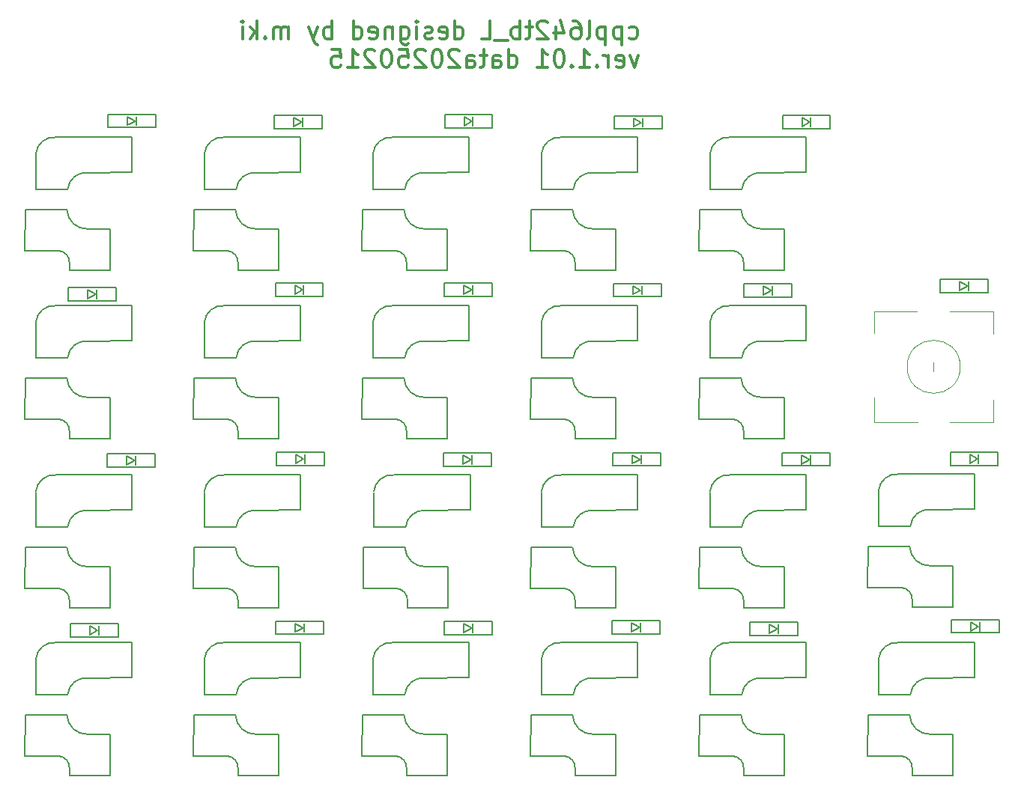
<source format=gbr>
%TF.GenerationSoftware,KiCad,Pcbnew,8.0.7*%
%TF.CreationDate,2025-02-16T08:14:47+09:00*%
%TF.ProjectId,cool642tb_L,636f6f6c-3634-4327-9462-5f4c2e6b6963,rev?*%
%TF.SameCoordinates,Original*%
%TF.FileFunction,Legend,Bot*%
%TF.FilePolarity,Positive*%
%FSLAX46Y46*%
G04 Gerber Fmt 4.6, Leading zero omitted, Abs format (unit mm)*
G04 Created by KiCad (PCBNEW 8.0.7) date 2025-02-16 08:14:47*
%MOMM*%
%LPD*%
G01*
G04 APERTURE LIST*
%ADD10C,0.300000*%
%ADD11C,0.150000*%
%ADD12C,0.120000*%
G04 APERTURE END LIST*
D10*
X60979298Y18045488D02*
X61169774Y17950249D01*
X61169774Y17950249D02*
X61550727Y17950249D01*
X61550727Y17950249D02*
X61741203Y18045488D01*
X61741203Y18045488D02*
X61836441Y18140726D01*
X61836441Y18140726D02*
X61931679Y18331202D01*
X61931679Y18331202D02*
X61931679Y18902630D01*
X61931679Y18902630D02*
X61836441Y19093107D01*
X61836441Y19093107D02*
X61741203Y19188345D01*
X61741203Y19188345D02*
X61550727Y19283583D01*
X61550727Y19283583D02*
X61169774Y19283583D01*
X61169774Y19283583D02*
X60979298Y19188345D01*
X60122155Y19283583D02*
X60122155Y17283583D01*
X60122155Y19188345D02*
X59931679Y19283583D01*
X59931679Y19283583D02*
X59550726Y19283583D01*
X59550726Y19283583D02*
X59360250Y19188345D01*
X59360250Y19188345D02*
X59265012Y19093107D01*
X59265012Y19093107D02*
X59169774Y18902630D01*
X59169774Y18902630D02*
X59169774Y18331202D01*
X59169774Y18331202D02*
X59265012Y18140726D01*
X59265012Y18140726D02*
X59360250Y18045488D01*
X59360250Y18045488D02*
X59550726Y17950249D01*
X59550726Y17950249D02*
X59931679Y17950249D01*
X59931679Y17950249D02*
X60122155Y18045488D01*
X58312631Y19283583D02*
X58312631Y17283583D01*
X58312631Y19188345D02*
X58122155Y19283583D01*
X58122155Y19283583D02*
X57741202Y19283583D01*
X57741202Y19283583D02*
X57550726Y19188345D01*
X57550726Y19188345D02*
X57455488Y19093107D01*
X57455488Y19093107D02*
X57360250Y18902630D01*
X57360250Y18902630D02*
X57360250Y18331202D01*
X57360250Y18331202D02*
X57455488Y18140726D01*
X57455488Y18140726D02*
X57550726Y18045488D01*
X57550726Y18045488D02*
X57741202Y17950249D01*
X57741202Y17950249D02*
X58122155Y17950249D01*
X58122155Y17950249D02*
X58312631Y18045488D01*
X56217393Y17950249D02*
X56407869Y18045488D01*
X56407869Y18045488D02*
X56503107Y18235964D01*
X56503107Y18235964D02*
X56503107Y19950249D01*
X54598345Y19950249D02*
X54979298Y19950249D01*
X54979298Y19950249D02*
X55169774Y19855011D01*
X55169774Y19855011D02*
X55265012Y19759773D01*
X55265012Y19759773D02*
X55455488Y19474059D01*
X55455488Y19474059D02*
X55550726Y19093107D01*
X55550726Y19093107D02*
X55550726Y18331202D01*
X55550726Y18331202D02*
X55455488Y18140726D01*
X55455488Y18140726D02*
X55360250Y18045488D01*
X55360250Y18045488D02*
X55169774Y17950249D01*
X55169774Y17950249D02*
X54788821Y17950249D01*
X54788821Y17950249D02*
X54598345Y18045488D01*
X54598345Y18045488D02*
X54503107Y18140726D01*
X54503107Y18140726D02*
X54407869Y18331202D01*
X54407869Y18331202D02*
X54407869Y18807392D01*
X54407869Y18807392D02*
X54503107Y18997868D01*
X54503107Y18997868D02*
X54598345Y19093107D01*
X54598345Y19093107D02*
X54788821Y19188345D01*
X54788821Y19188345D02*
X55169774Y19188345D01*
X55169774Y19188345D02*
X55360250Y19093107D01*
X55360250Y19093107D02*
X55455488Y18997868D01*
X55455488Y18997868D02*
X55550726Y18807392D01*
X52693583Y19283583D02*
X52693583Y17950249D01*
X53169774Y20045488D02*
X53645964Y18616916D01*
X53645964Y18616916D02*
X52407869Y18616916D01*
X51741202Y19759773D02*
X51645964Y19855011D01*
X51645964Y19855011D02*
X51455488Y19950249D01*
X51455488Y19950249D02*
X50979297Y19950249D01*
X50979297Y19950249D02*
X50788821Y19855011D01*
X50788821Y19855011D02*
X50693583Y19759773D01*
X50693583Y19759773D02*
X50598345Y19569297D01*
X50598345Y19569297D02*
X50598345Y19378821D01*
X50598345Y19378821D02*
X50693583Y19093107D01*
X50693583Y19093107D02*
X51836440Y17950249D01*
X51836440Y17950249D02*
X50598345Y17950249D01*
X50026916Y19283583D02*
X49265012Y19283583D01*
X49741202Y19950249D02*
X49741202Y18235964D01*
X49741202Y18235964D02*
X49645964Y18045488D01*
X49645964Y18045488D02*
X49455488Y17950249D01*
X49455488Y17950249D02*
X49265012Y17950249D01*
X48598345Y17950249D02*
X48598345Y19950249D01*
X48598345Y19188345D02*
X48407869Y19283583D01*
X48407869Y19283583D02*
X48026916Y19283583D01*
X48026916Y19283583D02*
X47836440Y19188345D01*
X47836440Y19188345D02*
X47741202Y19093107D01*
X47741202Y19093107D02*
X47645964Y18902630D01*
X47645964Y18902630D02*
X47645964Y18331202D01*
X47645964Y18331202D02*
X47741202Y18140726D01*
X47741202Y18140726D02*
X47836440Y18045488D01*
X47836440Y18045488D02*
X48026916Y17950249D01*
X48026916Y17950249D02*
X48407869Y17950249D01*
X48407869Y17950249D02*
X48598345Y18045488D01*
X47265012Y17759773D02*
X45741202Y17759773D01*
X44312630Y17950249D02*
X45265011Y17950249D01*
X45265011Y17950249D02*
X45265011Y19950249D01*
X41265010Y17950249D02*
X41265010Y19950249D01*
X41265010Y18045488D02*
X41455486Y17950249D01*
X41455486Y17950249D02*
X41836439Y17950249D01*
X41836439Y17950249D02*
X42026915Y18045488D01*
X42026915Y18045488D02*
X42122153Y18140726D01*
X42122153Y18140726D02*
X42217391Y18331202D01*
X42217391Y18331202D02*
X42217391Y18902630D01*
X42217391Y18902630D02*
X42122153Y19093107D01*
X42122153Y19093107D02*
X42026915Y19188345D01*
X42026915Y19188345D02*
X41836439Y19283583D01*
X41836439Y19283583D02*
X41455486Y19283583D01*
X41455486Y19283583D02*
X41265010Y19188345D01*
X39550724Y18045488D02*
X39741200Y17950249D01*
X39741200Y17950249D02*
X40122153Y17950249D01*
X40122153Y17950249D02*
X40312629Y18045488D01*
X40312629Y18045488D02*
X40407867Y18235964D01*
X40407867Y18235964D02*
X40407867Y18997868D01*
X40407867Y18997868D02*
X40312629Y19188345D01*
X40312629Y19188345D02*
X40122153Y19283583D01*
X40122153Y19283583D02*
X39741200Y19283583D01*
X39741200Y19283583D02*
X39550724Y19188345D01*
X39550724Y19188345D02*
X39455486Y18997868D01*
X39455486Y18997868D02*
X39455486Y18807392D01*
X39455486Y18807392D02*
X40407867Y18616916D01*
X38693581Y18045488D02*
X38503105Y17950249D01*
X38503105Y17950249D02*
X38122153Y17950249D01*
X38122153Y17950249D02*
X37931676Y18045488D01*
X37931676Y18045488D02*
X37836438Y18235964D01*
X37836438Y18235964D02*
X37836438Y18331202D01*
X37836438Y18331202D02*
X37931676Y18521678D01*
X37931676Y18521678D02*
X38122153Y18616916D01*
X38122153Y18616916D02*
X38407867Y18616916D01*
X38407867Y18616916D02*
X38598343Y18712154D01*
X38598343Y18712154D02*
X38693581Y18902630D01*
X38693581Y18902630D02*
X38693581Y18997868D01*
X38693581Y18997868D02*
X38598343Y19188345D01*
X38598343Y19188345D02*
X38407867Y19283583D01*
X38407867Y19283583D02*
X38122153Y19283583D01*
X38122153Y19283583D02*
X37931676Y19188345D01*
X36979295Y17950249D02*
X36979295Y19283583D01*
X36979295Y19950249D02*
X37074533Y19855011D01*
X37074533Y19855011D02*
X36979295Y19759773D01*
X36979295Y19759773D02*
X36884057Y19855011D01*
X36884057Y19855011D02*
X36979295Y19950249D01*
X36979295Y19950249D02*
X36979295Y19759773D01*
X35169771Y19283583D02*
X35169771Y17664535D01*
X35169771Y17664535D02*
X35265009Y17474059D01*
X35265009Y17474059D02*
X35360247Y17378821D01*
X35360247Y17378821D02*
X35550724Y17283583D01*
X35550724Y17283583D02*
X35836438Y17283583D01*
X35836438Y17283583D02*
X36026914Y17378821D01*
X35169771Y18045488D02*
X35360247Y17950249D01*
X35360247Y17950249D02*
X35741200Y17950249D01*
X35741200Y17950249D02*
X35931676Y18045488D01*
X35931676Y18045488D02*
X36026914Y18140726D01*
X36026914Y18140726D02*
X36122152Y18331202D01*
X36122152Y18331202D02*
X36122152Y18902630D01*
X36122152Y18902630D02*
X36026914Y19093107D01*
X36026914Y19093107D02*
X35931676Y19188345D01*
X35931676Y19188345D02*
X35741200Y19283583D01*
X35741200Y19283583D02*
X35360247Y19283583D01*
X35360247Y19283583D02*
X35169771Y19188345D01*
X34217390Y19283583D02*
X34217390Y17950249D01*
X34217390Y19093107D02*
X34122152Y19188345D01*
X34122152Y19188345D02*
X33931676Y19283583D01*
X33931676Y19283583D02*
X33645961Y19283583D01*
X33645961Y19283583D02*
X33455485Y19188345D01*
X33455485Y19188345D02*
X33360247Y18997868D01*
X33360247Y18997868D02*
X33360247Y17950249D01*
X31645961Y18045488D02*
X31836437Y17950249D01*
X31836437Y17950249D02*
X32217390Y17950249D01*
X32217390Y17950249D02*
X32407866Y18045488D01*
X32407866Y18045488D02*
X32503104Y18235964D01*
X32503104Y18235964D02*
X32503104Y18997868D01*
X32503104Y18997868D02*
X32407866Y19188345D01*
X32407866Y19188345D02*
X32217390Y19283583D01*
X32217390Y19283583D02*
X31836437Y19283583D01*
X31836437Y19283583D02*
X31645961Y19188345D01*
X31645961Y19188345D02*
X31550723Y18997868D01*
X31550723Y18997868D02*
X31550723Y18807392D01*
X31550723Y18807392D02*
X32503104Y18616916D01*
X29836437Y17950249D02*
X29836437Y19950249D01*
X29836437Y18045488D02*
X30026913Y17950249D01*
X30026913Y17950249D02*
X30407866Y17950249D01*
X30407866Y17950249D02*
X30598342Y18045488D01*
X30598342Y18045488D02*
X30693580Y18140726D01*
X30693580Y18140726D02*
X30788818Y18331202D01*
X30788818Y18331202D02*
X30788818Y18902630D01*
X30788818Y18902630D02*
X30693580Y19093107D01*
X30693580Y19093107D02*
X30598342Y19188345D01*
X30598342Y19188345D02*
X30407866Y19283583D01*
X30407866Y19283583D02*
X30026913Y19283583D01*
X30026913Y19283583D02*
X29836437Y19188345D01*
X27360246Y17950249D02*
X27360246Y19950249D01*
X27360246Y19188345D02*
X27169770Y19283583D01*
X27169770Y19283583D02*
X26788817Y19283583D01*
X26788817Y19283583D02*
X26598341Y19188345D01*
X26598341Y19188345D02*
X26503103Y19093107D01*
X26503103Y19093107D02*
X26407865Y18902630D01*
X26407865Y18902630D02*
X26407865Y18331202D01*
X26407865Y18331202D02*
X26503103Y18140726D01*
X26503103Y18140726D02*
X26598341Y18045488D01*
X26598341Y18045488D02*
X26788817Y17950249D01*
X26788817Y17950249D02*
X27169770Y17950249D01*
X27169770Y17950249D02*
X27360246Y18045488D01*
X25741198Y19283583D02*
X25265008Y17950249D01*
X24788817Y19283583D02*
X25265008Y17950249D01*
X25265008Y17950249D02*
X25455484Y17474059D01*
X25455484Y17474059D02*
X25550722Y17378821D01*
X25550722Y17378821D02*
X25741198Y17283583D01*
X22503102Y17950249D02*
X22503102Y19283583D01*
X22503102Y19093107D02*
X22407864Y19188345D01*
X22407864Y19188345D02*
X22217388Y19283583D01*
X22217388Y19283583D02*
X21931673Y19283583D01*
X21931673Y19283583D02*
X21741197Y19188345D01*
X21741197Y19188345D02*
X21645959Y18997868D01*
X21645959Y18997868D02*
X21645959Y17950249D01*
X21645959Y18997868D02*
X21550721Y19188345D01*
X21550721Y19188345D02*
X21360245Y19283583D01*
X21360245Y19283583D02*
X21074531Y19283583D01*
X21074531Y19283583D02*
X20884054Y19188345D01*
X20884054Y19188345D02*
X20788816Y18997868D01*
X20788816Y18997868D02*
X20788816Y17950249D01*
X19836435Y18140726D02*
X19741197Y18045488D01*
X19741197Y18045488D02*
X19836435Y17950249D01*
X19836435Y17950249D02*
X19931673Y18045488D01*
X19931673Y18045488D02*
X19836435Y18140726D01*
X19836435Y18140726D02*
X19836435Y17950249D01*
X18884054Y17950249D02*
X18884054Y19950249D01*
X18693578Y18712154D02*
X18122149Y17950249D01*
X18122149Y19283583D02*
X18884054Y18521678D01*
X17265006Y17950249D02*
X17265006Y19283583D01*
X17265006Y19950249D02*
X17360244Y19855011D01*
X17360244Y19855011D02*
X17265006Y19759773D01*
X17265006Y19759773D02*
X17169768Y19855011D01*
X17169768Y19855011D02*
X17265006Y19950249D01*
X17265006Y19950249D02*
X17265006Y19759773D01*
X62026917Y16063695D02*
X61550727Y14730361D01*
X61550727Y14730361D02*
X61074536Y16063695D01*
X59550726Y14825600D02*
X59741202Y14730361D01*
X59741202Y14730361D02*
X60122155Y14730361D01*
X60122155Y14730361D02*
X60312631Y14825600D01*
X60312631Y14825600D02*
X60407869Y15016076D01*
X60407869Y15016076D02*
X60407869Y15777980D01*
X60407869Y15777980D02*
X60312631Y15968457D01*
X60312631Y15968457D02*
X60122155Y16063695D01*
X60122155Y16063695D02*
X59741202Y16063695D01*
X59741202Y16063695D02*
X59550726Y15968457D01*
X59550726Y15968457D02*
X59455488Y15777980D01*
X59455488Y15777980D02*
X59455488Y15587504D01*
X59455488Y15587504D02*
X60407869Y15397028D01*
X58598345Y14730361D02*
X58598345Y16063695D01*
X58598345Y15682742D02*
X58503107Y15873219D01*
X58503107Y15873219D02*
X58407869Y15968457D01*
X58407869Y15968457D02*
X58217393Y16063695D01*
X58217393Y16063695D02*
X58026916Y16063695D01*
X57360250Y14920838D02*
X57265012Y14825600D01*
X57265012Y14825600D02*
X57360250Y14730361D01*
X57360250Y14730361D02*
X57455488Y14825600D01*
X57455488Y14825600D02*
X57360250Y14920838D01*
X57360250Y14920838D02*
X57360250Y14730361D01*
X55360250Y14730361D02*
X56503107Y14730361D01*
X55931679Y14730361D02*
X55931679Y16730361D01*
X55931679Y16730361D02*
X56122155Y16444647D01*
X56122155Y16444647D02*
X56312631Y16254171D01*
X56312631Y16254171D02*
X56503107Y16158933D01*
X54503107Y14920838D02*
X54407869Y14825600D01*
X54407869Y14825600D02*
X54503107Y14730361D01*
X54503107Y14730361D02*
X54598345Y14825600D01*
X54598345Y14825600D02*
X54503107Y14920838D01*
X54503107Y14920838D02*
X54503107Y14730361D01*
X53169774Y16730361D02*
X52979297Y16730361D01*
X52979297Y16730361D02*
X52788821Y16635123D01*
X52788821Y16635123D02*
X52693583Y16539885D01*
X52693583Y16539885D02*
X52598345Y16349409D01*
X52598345Y16349409D02*
X52503107Y15968457D01*
X52503107Y15968457D02*
X52503107Y15492266D01*
X52503107Y15492266D02*
X52598345Y15111314D01*
X52598345Y15111314D02*
X52693583Y14920838D01*
X52693583Y14920838D02*
X52788821Y14825600D01*
X52788821Y14825600D02*
X52979297Y14730361D01*
X52979297Y14730361D02*
X53169774Y14730361D01*
X53169774Y14730361D02*
X53360250Y14825600D01*
X53360250Y14825600D02*
X53455488Y14920838D01*
X53455488Y14920838D02*
X53550726Y15111314D01*
X53550726Y15111314D02*
X53645964Y15492266D01*
X53645964Y15492266D02*
X53645964Y15968457D01*
X53645964Y15968457D02*
X53550726Y16349409D01*
X53550726Y16349409D02*
X53455488Y16539885D01*
X53455488Y16539885D02*
X53360250Y16635123D01*
X53360250Y16635123D02*
X53169774Y16730361D01*
X50598345Y14730361D02*
X51741202Y14730361D01*
X51169774Y14730361D02*
X51169774Y16730361D01*
X51169774Y16730361D02*
X51360250Y16444647D01*
X51360250Y16444647D02*
X51550726Y16254171D01*
X51550726Y16254171D02*
X51741202Y16158933D01*
X47360249Y14730361D02*
X47360249Y16730361D01*
X47360249Y14825600D02*
X47550725Y14730361D01*
X47550725Y14730361D02*
X47931678Y14730361D01*
X47931678Y14730361D02*
X48122154Y14825600D01*
X48122154Y14825600D02*
X48217392Y14920838D01*
X48217392Y14920838D02*
X48312630Y15111314D01*
X48312630Y15111314D02*
X48312630Y15682742D01*
X48312630Y15682742D02*
X48217392Y15873219D01*
X48217392Y15873219D02*
X48122154Y15968457D01*
X48122154Y15968457D02*
X47931678Y16063695D01*
X47931678Y16063695D02*
X47550725Y16063695D01*
X47550725Y16063695D02*
X47360249Y15968457D01*
X45550725Y14730361D02*
X45550725Y15777980D01*
X45550725Y15777980D02*
X45645963Y15968457D01*
X45645963Y15968457D02*
X45836439Y16063695D01*
X45836439Y16063695D02*
X46217392Y16063695D01*
X46217392Y16063695D02*
X46407868Y15968457D01*
X45550725Y14825600D02*
X45741201Y14730361D01*
X45741201Y14730361D02*
X46217392Y14730361D01*
X46217392Y14730361D02*
X46407868Y14825600D01*
X46407868Y14825600D02*
X46503106Y15016076D01*
X46503106Y15016076D02*
X46503106Y15206552D01*
X46503106Y15206552D02*
X46407868Y15397028D01*
X46407868Y15397028D02*
X46217392Y15492266D01*
X46217392Y15492266D02*
X45741201Y15492266D01*
X45741201Y15492266D02*
X45550725Y15587504D01*
X44884058Y16063695D02*
X44122154Y16063695D01*
X44598344Y16730361D02*
X44598344Y15016076D01*
X44598344Y15016076D02*
X44503106Y14825600D01*
X44503106Y14825600D02*
X44312630Y14730361D01*
X44312630Y14730361D02*
X44122154Y14730361D01*
X42598344Y14730361D02*
X42598344Y15777980D01*
X42598344Y15777980D02*
X42693582Y15968457D01*
X42693582Y15968457D02*
X42884058Y16063695D01*
X42884058Y16063695D02*
X43265011Y16063695D01*
X43265011Y16063695D02*
X43455487Y15968457D01*
X42598344Y14825600D02*
X42788820Y14730361D01*
X42788820Y14730361D02*
X43265011Y14730361D01*
X43265011Y14730361D02*
X43455487Y14825600D01*
X43455487Y14825600D02*
X43550725Y15016076D01*
X43550725Y15016076D02*
X43550725Y15206552D01*
X43550725Y15206552D02*
X43455487Y15397028D01*
X43455487Y15397028D02*
X43265011Y15492266D01*
X43265011Y15492266D02*
X42788820Y15492266D01*
X42788820Y15492266D02*
X42598344Y15587504D01*
X41741201Y16539885D02*
X41645963Y16635123D01*
X41645963Y16635123D02*
X41455487Y16730361D01*
X41455487Y16730361D02*
X40979296Y16730361D01*
X40979296Y16730361D02*
X40788820Y16635123D01*
X40788820Y16635123D02*
X40693582Y16539885D01*
X40693582Y16539885D02*
X40598344Y16349409D01*
X40598344Y16349409D02*
X40598344Y16158933D01*
X40598344Y16158933D02*
X40693582Y15873219D01*
X40693582Y15873219D02*
X41836439Y14730361D01*
X41836439Y14730361D02*
X40598344Y14730361D01*
X39360249Y16730361D02*
X39169772Y16730361D01*
X39169772Y16730361D02*
X38979296Y16635123D01*
X38979296Y16635123D02*
X38884058Y16539885D01*
X38884058Y16539885D02*
X38788820Y16349409D01*
X38788820Y16349409D02*
X38693582Y15968457D01*
X38693582Y15968457D02*
X38693582Y15492266D01*
X38693582Y15492266D02*
X38788820Y15111314D01*
X38788820Y15111314D02*
X38884058Y14920838D01*
X38884058Y14920838D02*
X38979296Y14825600D01*
X38979296Y14825600D02*
X39169772Y14730361D01*
X39169772Y14730361D02*
X39360249Y14730361D01*
X39360249Y14730361D02*
X39550725Y14825600D01*
X39550725Y14825600D02*
X39645963Y14920838D01*
X39645963Y14920838D02*
X39741201Y15111314D01*
X39741201Y15111314D02*
X39836439Y15492266D01*
X39836439Y15492266D02*
X39836439Y15968457D01*
X39836439Y15968457D02*
X39741201Y16349409D01*
X39741201Y16349409D02*
X39645963Y16539885D01*
X39645963Y16539885D02*
X39550725Y16635123D01*
X39550725Y16635123D02*
X39360249Y16730361D01*
X37931677Y16539885D02*
X37836439Y16635123D01*
X37836439Y16635123D02*
X37645963Y16730361D01*
X37645963Y16730361D02*
X37169772Y16730361D01*
X37169772Y16730361D02*
X36979296Y16635123D01*
X36979296Y16635123D02*
X36884058Y16539885D01*
X36884058Y16539885D02*
X36788820Y16349409D01*
X36788820Y16349409D02*
X36788820Y16158933D01*
X36788820Y16158933D02*
X36884058Y15873219D01*
X36884058Y15873219D02*
X38026915Y14730361D01*
X38026915Y14730361D02*
X36788820Y14730361D01*
X34979296Y16730361D02*
X35931677Y16730361D01*
X35931677Y16730361D02*
X36026915Y15777980D01*
X36026915Y15777980D02*
X35931677Y15873219D01*
X35931677Y15873219D02*
X35741201Y15968457D01*
X35741201Y15968457D02*
X35265010Y15968457D01*
X35265010Y15968457D02*
X35074534Y15873219D01*
X35074534Y15873219D02*
X34979296Y15777980D01*
X34979296Y15777980D02*
X34884058Y15587504D01*
X34884058Y15587504D02*
X34884058Y15111314D01*
X34884058Y15111314D02*
X34979296Y14920838D01*
X34979296Y14920838D02*
X35074534Y14825600D01*
X35074534Y14825600D02*
X35265010Y14730361D01*
X35265010Y14730361D02*
X35741201Y14730361D01*
X35741201Y14730361D02*
X35931677Y14825600D01*
X35931677Y14825600D02*
X36026915Y14920838D01*
X33645963Y16730361D02*
X33455486Y16730361D01*
X33455486Y16730361D02*
X33265010Y16635123D01*
X33265010Y16635123D02*
X33169772Y16539885D01*
X33169772Y16539885D02*
X33074534Y16349409D01*
X33074534Y16349409D02*
X32979296Y15968457D01*
X32979296Y15968457D02*
X32979296Y15492266D01*
X32979296Y15492266D02*
X33074534Y15111314D01*
X33074534Y15111314D02*
X33169772Y14920838D01*
X33169772Y14920838D02*
X33265010Y14825600D01*
X33265010Y14825600D02*
X33455486Y14730361D01*
X33455486Y14730361D02*
X33645963Y14730361D01*
X33645963Y14730361D02*
X33836439Y14825600D01*
X33836439Y14825600D02*
X33931677Y14920838D01*
X33931677Y14920838D02*
X34026915Y15111314D01*
X34026915Y15111314D02*
X34122153Y15492266D01*
X34122153Y15492266D02*
X34122153Y15968457D01*
X34122153Y15968457D02*
X34026915Y16349409D01*
X34026915Y16349409D02*
X33931677Y16539885D01*
X33931677Y16539885D02*
X33836439Y16635123D01*
X33836439Y16635123D02*
X33645963Y16730361D01*
X32217391Y16539885D02*
X32122153Y16635123D01*
X32122153Y16635123D02*
X31931677Y16730361D01*
X31931677Y16730361D02*
X31455486Y16730361D01*
X31455486Y16730361D02*
X31265010Y16635123D01*
X31265010Y16635123D02*
X31169772Y16539885D01*
X31169772Y16539885D02*
X31074534Y16349409D01*
X31074534Y16349409D02*
X31074534Y16158933D01*
X31074534Y16158933D02*
X31169772Y15873219D01*
X31169772Y15873219D02*
X32312629Y14730361D01*
X32312629Y14730361D02*
X31074534Y14730361D01*
X29169772Y14730361D02*
X30312629Y14730361D01*
X29741201Y14730361D02*
X29741201Y16730361D01*
X29741201Y16730361D02*
X29931677Y16444647D01*
X29931677Y16444647D02*
X30122153Y16254171D01*
X30122153Y16254171D02*
X30312629Y16158933D01*
X27360248Y16730361D02*
X28312629Y16730361D01*
X28312629Y16730361D02*
X28407867Y15777980D01*
X28407867Y15777980D02*
X28312629Y15873219D01*
X28312629Y15873219D02*
X28122153Y15968457D01*
X28122153Y15968457D02*
X27645962Y15968457D01*
X27645962Y15968457D02*
X27455486Y15873219D01*
X27455486Y15873219D02*
X27360248Y15777980D01*
X27360248Y15777980D02*
X27265010Y15587504D01*
X27265010Y15587504D02*
X27265010Y15111314D01*
X27265010Y15111314D02*
X27360248Y14920838D01*
X27360248Y14920838D02*
X27455486Y14825600D01*
X27455486Y14825600D02*
X27645962Y14730361D01*
X27645962Y14730361D02*
X28122153Y14730361D01*
X28122153Y14730361D02*
X28312629Y14825600D01*
X28312629Y14825600D02*
X28407867Y14920838D01*
D11*
%TO.C,SW14*%
X49875000Y-20450000D02*
X49850000Y-25050000D01*
X51050000Y-14200000D02*
X51050000Y-18145000D01*
X51050000Y-18154000D02*
X54660000Y-18154000D01*
X53650000Y-25075000D02*
X49875000Y-25075000D01*
X54575000Y-20425000D02*
X49875000Y-20425000D01*
X54870000Y-26550000D02*
X54870000Y-27250000D01*
X59425000Y-22625000D02*
X56875000Y-22625000D01*
X59425000Y-27275000D02*
X54875000Y-27275000D01*
X59450000Y-22650000D02*
X59450000Y-27250000D01*
X61950000Y-12246000D02*
X53325000Y-12246000D01*
X61950000Y-16154000D02*
X61950000Y-12246000D01*
X61950000Y-16200000D02*
X56900000Y-16246000D01*
X51061000Y-14130000D02*
G75*
G02*
X53325000Y-12246000I2074000J-190000D01*
G01*
X53650000Y-25080000D02*
G75*
G02*
X54870000Y-26500000I-100000J-1320000D01*
G01*
X54665000Y-18130000D02*
G75*
G02*
X56925000Y-16250000I2070000J-190000D01*
G01*
X56950000Y-22620000D02*
G75*
G02*
X54580000Y-20450000I-100000J2270000D01*
G01*
%TO.C,D3*%
X2000000Y-28970000D02*
X2000000Y-30470000D01*
X2000000Y-30470000D02*
X7400000Y-30470000D01*
X4200000Y-29220000D02*
X5100000Y-29720000D01*
X4200000Y-30220000D02*
X4200000Y-29220000D01*
X5100000Y-29720000D02*
X4200000Y-30220000D01*
X5200000Y-30220000D02*
X5200000Y-29220000D01*
X7400000Y-28970000D02*
X2000000Y-28970000D01*
X7400000Y-30470000D02*
X7400000Y-28970000D01*
%TO.C,SW18*%
X68925000Y-20450000D02*
X68900000Y-25050000D01*
X70100000Y-14200000D02*
X70100000Y-18145000D01*
X70100000Y-18154000D02*
X73710000Y-18154000D01*
X72700000Y-25075000D02*
X68925000Y-25075000D01*
X73625000Y-20425000D02*
X68925000Y-20425000D01*
X73920000Y-26550000D02*
X73920000Y-27250000D01*
X78475000Y-22625000D02*
X75925000Y-22625000D01*
X78475000Y-27275000D02*
X73925000Y-27275000D01*
X78500000Y-22650000D02*
X78500000Y-27250000D01*
X81000000Y-12246000D02*
X72375000Y-12246000D01*
X81000000Y-16154000D02*
X81000000Y-12246000D01*
X81000000Y-16200000D02*
X75950000Y-16246000D01*
X70111000Y-14130000D02*
G75*
G02*
X72375000Y-12246000I2074000J-190000D01*
G01*
X72700000Y-25080000D02*
G75*
G02*
X73920000Y-26500000I-100000J-1320000D01*
G01*
X73715000Y-18130000D02*
G75*
G02*
X75975000Y-16250000I2070000J-190000D01*
G01*
X76000000Y-22620000D02*
G75*
G02*
X73630000Y-20450000I-100000J2270000D01*
G01*
%TO.C,D13*%
X59280000Y9230000D02*
X59280000Y7730000D01*
X59280000Y7730000D02*
X64680000Y7730000D01*
X61480000Y8980000D02*
X62380000Y8480000D01*
X61480000Y7980000D02*
X61480000Y8980000D01*
X62380000Y8480000D02*
X61480000Y7980000D01*
X62480000Y7980000D02*
X62480000Y8980000D01*
X64680000Y9230000D02*
X59280000Y9230000D01*
X64680000Y7730000D02*
X64680000Y9230000D01*
%TO.C,SW12*%
X30825000Y-58550000D02*
X30800000Y-63150000D01*
X32000000Y-52300000D02*
X32000000Y-56245000D01*
X32000000Y-56254000D02*
X35610000Y-56254000D01*
X34600000Y-63175000D02*
X30825000Y-63175000D01*
X35525000Y-58525000D02*
X30825000Y-58525000D01*
X35820000Y-64650000D02*
X35820000Y-65350000D01*
X40375000Y-60725000D02*
X37825000Y-60725000D01*
X40375000Y-65375000D02*
X35825000Y-65375000D01*
X40400000Y-60750000D02*
X40400000Y-65350000D01*
X42900000Y-50346000D02*
X34275000Y-50346000D01*
X42900000Y-54254000D02*
X42900000Y-50346000D01*
X42900000Y-54300000D02*
X37850000Y-54346000D01*
X32011000Y-52230000D02*
G75*
G02*
X34275000Y-50346000I2074000J-190000D01*
G01*
X34600000Y-63180000D02*
G75*
G02*
X35820000Y-64600000I-100000J-1320000D01*
G01*
X35615000Y-56230000D02*
G75*
G02*
X37875000Y-54350000I2070000J-190000D01*
G01*
X37900000Y-60720000D02*
G75*
G02*
X35530000Y-58550000I-100000J2270000D01*
G01*
%TO.C,SW23*%
X87975000Y-58550000D02*
X87950000Y-63150000D01*
X89150000Y-52300000D02*
X89150000Y-56245000D01*
X89150000Y-56254000D02*
X92760000Y-56254000D01*
X91750000Y-63175000D02*
X87975000Y-63175000D01*
X92675000Y-58525000D02*
X87975000Y-58525000D01*
X92970000Y-64650000D02*
X92970000Y-65350000D01*
X97525000Y-60725000D02*
X94975000Y-60725000D01*
X97525000Y-65375000D02*
X92975000Y-65375000D01*
X97550000Y-60750000D02*
X97550000Y-65350000D01*
X100050000Y-50346000D02*
X91425000Y-50346000D01*
X100050000Y-54254000D02*
X100050000Y-50346000D01*
X100050000Y-54300000D02*
X95000000Y-54346000D01*
X89161000Y-52230000D02*
G75*
G02*
X91425000Y-50346000I2074000J-190000D01*
G01*
X91750000Y-63180000D02*
G75*
G02*
X92970000Y-64600000I-100000J-1320000D01*
G01*
X92765000Y-56230000D02*
G75*
G02*
X95025000Y-54350000I2070000J-190000D01*
G01*
X95050000Y-60720000D02*
G75*
G02*
X92680000Y-58550000I-100000J2270000D01*
G01*
%TO.C,D10*%
X40110000Y-9670000D02*
X40110000Y-11170000D01*
X40110000Y-11170000D02*
X45510000Y-11170000D01*
X42310000Y-9920000D02*
X43210000Y-10420000D01*
X42310000Y-10920000D02*
X42310000Y-9920000D01*
X43210000Y-10420000D02*
X42310000Y-10920000D01*
X43310000Y-10920000D02*
X43310000Y-9920000D01*
X45510000Y-9670000D02*
X40110000Y-9670000D01*
X45510000Y-11170000D02*
X45510000Y-9670000D01*
%TO.C,D19*%
X78300000Y-28880000D02*
X78300000Y-30380000D01*
X78300000Y-30380000D02*
X83700000Y-30380000D01*
X80500000Y-29130000D02*
X81400000Y-29630000D01*
X80500000Y-30130000D02*
X80500000Y-29130000D01*
X81400000Y-29630000D02*
X80500000Y-30130000D01*
X81500000Y-30130000D02*
X81500000Y-29130000D01*
X83700000Y-28880000D02*
X78300000Y-28880000D01*
X83700000Y-30380000D02*
X83700000Y-28880000D01*
%TO.C,D16*%
X59070000Y-47850000D02*
X59070000Y-49350000D01*
X59070000Y-49350000D02*
X64470000Y-49350000D01*
X61270000Y-48100000D02*
X62170000Y-48600000D01*
X61270000Y-49100000D02*
X61270000Y-48100000D01*
X62170000Y-48600000D02*
X61270000Y-49100000D01*
X62270000Y-49100000D02*
X62270000Y-48100000D01*
X64470000Y-47850000D02*
X59070000Y-47850000D01*
X64470000Y-49350000D02*
X64470000Y-47850000D01*
%TO.C,SW19*%
X68925000Y-39600000D02*
X68900000Y-44200000D01*
X70100000Y-33350000D02*
X70100000Y-37295000D01*
X70100000Y-37304000D02*
X73710000Y-37304000D01*
X72700000Y-44225000D02*
X68925000Y-44225000D01*
X73625000Y-39575000D02*
X68925000Y-39575000D01*
X73920000Y-45700000D02*
X73920000Y-46400000D01*
X78475000Y-41775000D02*
X75925000Y-41775000D01*
X78475000Y-46425000D02*
X73925000Y-46425000D01*
X78500000Y-41800000D02*
X78500000Y-46400000D01*
X81000000Y-31396000D02*
X72375000Y-31396000D01*
X81000000Y-35304000D02*
X81000000Y-31396000D01*
X81000000Y-35350000D02*
X75950000Y-35396000D01*
X70111000Y-33280000D02*
G75*
G02*
X72375000Y-31396000I2074000J-190000D01*
G01*
X72700000Y-44230000D02*
G75*
G02*
X73920000Y-45650000I-100000J-1320000D01*
G01*
X73715000Y-37280000D02*
G75*
G02*
X75975000Y-35400000I2070000J-190000D01*
G01*
X76000000Y-41770000D02*
G75*
G02*
X73630000Y-39600000I-100000J2270000D01*
G01*
%TO.C,SW1*%
X-7275000Y-1400000D02*
X-7300000Y-6000000D01*
X-6100000Y4850000D02*
X-6100000Y905000D01*
X-6100000Y896000D02*
X-2490000Y896000D01*
X-3500000Y-6025000D02*
X-7275000Y-6025000D01*
X-2575000Y-1375000D02*
X-7275000Y-1375000D01*
X-2280000Y-7500000D02*
X-2280000Y-8200000D01*
X2275000Y-3575000D02*
X-275000Y-3575000D01*
X2275000Y-8225000D02*
X-2275000Y-8225000D01*
X2300000Y-3600000D02*
X2300000Y-8200000D01*
X4800000Y6804000D02*
X-3825000Y6804000D01*
X4800000Y2896000D02*
X4800000Y6804000D01*
X4800000Y2850000D02*
X-250000Y2804000D01*
X-6089000Y4920000D02*
G75*
G02*
X-3825000Y6804000I2074000J-190000D01*
G01*
X-3500000Y-6030000D02*
G75*
G02*
X-2280000Y-7450000I-100000J-1320000D01*
G01*
X-2485000Y920000D02*
G75*
G02*
X-225000Y2800000I2070000J-190000D01*
G01*
X-200000Y-3570000D02*
G75*
G02*
X-2570000Y-1400000I-100000J2270000D01*
G01*
%TO.C,SW13*%
X49875000Y-1400000D02*
X49850000Y-6000000D01*
X51050000Y4850000D02*
X51050000Y905000D01*
X51050000Y896000D02*
X54660000Y896000D01*
X53650000Y-6025000D02*
X49875000Y-6025000D01*
X54575000Y-1375000D02*
X49875000Y-1375000D01*
X54870000Y-7500000D02*
X54870000Y-8200000D01*
X59425000Y-3575000D02*
X56875000Y-3575000D01*
X59425000Y-8225000D02*
X54875000Y-8225000D01*
X59450000Y-3600000D02*
X59450000Y-8200000D01*
X61950000Y6804000D02*
X53325000Y6804000D01*
X61950000Y2896000D02*
X61950000Y6804000D01*
X61950000Y2850000D02*
X56900000Y2804000D01*
X51061000Y4920000D02*
G75*
G02*
X53325000Y6804000I2074000J-190000D01*
G01*
X53650000Y-6030000D02*
G75*
G02*
X54870000Y-7450000I-100000J-1320000D01*
G01*
X54665000Y920000D02*
G75*
G02*
X56925000Y2800000I2070000J-190000D01*
G01*
X56950000Y-3570000D02*
G75*
G02*
X54580000Y-1400000I-100000J2270000D01*
G01*
%TO.C,D7*%
X21100000Y-28820000D02*
X21100000Y-30320000D01*
X21100000Y-30320000D02*
X26500000Y-30320000D01*
X23300000Y-29070000D02*
X24200000Y-29570000D01*
X23300000Y-30070000D02*
X23300000Y-29070000D01*
X24200000Y-29570000D02*
X23300000Y-30070000D01*
X24300000Y-30070000D02*
X24300000Y-29070000D01*
X26500000Y-28820000D02*
X21100000Y-28820000D01*
X26500000Y-30320000D02*
X26500000Y-28820000D01*
%TO.C,D21*%
X96135000Y-9290000D02*
X96135000Y-10790000D01*
X96135000Y-10790000D02*
X101535000Y-10790000D01*
X98335000Y-9540000D02*
X99235000Y-10040000D01*
X98335000Y-10540000D02*
X98335000Y-9540000D01*
X99235000Y-10040000D02*
X98335000Y-10540000D01*
X99335000Y-10540000D02*
X99335000Y-9540000D01*
X101535000Y-9290000D02*
X96135000Y-9290000D01*
X101535000Y-10790000D02*
X101535000Y-9290000D01*
%TO.C,SW10*%
X30825000Y-20450000D02*
X30800000Y-25050000D01*
X32000000Y-14200000D02*
X32000000Y-18145000D01*
X32000000Y-18154000D02*
X35610000Y-18154000D01*
X34600000Y-25075000D02*
X30825000Y-25075000D01*
X35525000Y-20425000D02*
X30825000Y-20425000D01*
X35820000Y-26550000D02*
X35820000Y-27250000D01*
X40375000Y-22625000D02*
X37825000Y-22625000D01*
X40375000Y-27275000D02*
X35825000Y-27275000D01*
X40400000Y-22650000D02*
X40400000Y-27250000D01*
X42900000Y-12246000D02*
X34275000Y-12246000D01*
X42900000Y-16154000D02*
X42900000Y-12246000D01*
X42900000Y-16200000D02*
X37850000Y-16246000D01*
X32011000Y-14130000D02*
G75*
G02*
X34275000Y-12246000I2074000J-190000D01*
G01*
X34600000Y-25080000D02*
G75*
G02*
X35820000Y-26500000I-100000J-1320000D01*
G01*
X35615000Y-18130000D02*
G75*
G02*
X37875000Y-16250000I2070000J-190000D01*
G01*
X37900000Y-22620000D02*
G75*
G02*
X35530000Y-20450000I-100000J2270000D01*
G01*
%TO.C,D14*%
X59200000Y-9740000D02*
X59200000Y-11240000D01*
X59200000Y-11240000D02*
X64600000Y-11240000D01*
X61400000Y-9990000D02*
X62300000Y-10490000D01*
X61400000Y-10990000D02*
X61400000Y-9990000D01*
X62300000Y-10490000D02*
X61400000Y-10990000D01*
X62400000Y-10990000D02*
X62400000Y-9990000D01*
X64600000Y-9740000D02*
X59200000Y-9740000D01*
X64600000Y-11240000D02*
X64600000Y-9740000D01*
%TO.C,D18*%
X73965000Y-9800000D02*
X73965000Y-11300000D01*
X73965000Y-11300000D02*
X79365000Y-11300000D01*
X76165000Y-10050000D02*
X77065000Y-10550000D01*
X76165000Y-11050000D02*
X76165000Y-10050000D01*
X77065000Y-10550000D02*
X76165000Y-11050000D01*
X77165000Y-11050000D02*
X77165000Y-10050000D01*
X79365000Y-9800000D02*
X73965000Y-9800000D01*
X79365000Y-11300000D02*
X79365000Y-9800000D01*
%TO.C,D5*%
X20880000Y9270000D02*
X20880000Y7770000D01*
X20880000Y7770000D02*
X26280000Y7770000D01*
X23080000Y9020000D02*
X23980000Y8520000D01*
X23080000Y8020000D02*
X23080000Y9020000D01*
X23980000Y8520000D02*
X23080000Y8020000D01*
X24080000Y8020000D02*
X24080000Y9020000D01*
X26280000Y9270000D02*
X20880000Y9270000D01*
X26280000Y7770000D02*
X26280000Y9270000D01*
%TO.C,SW9*%
X30825000Y-1400000D02*
X30800000Y-6000000D01*
X32000000Y4850000D02*
X32000000Y905000D01*
X32000000Y896000D02*
X35610000Y896000D01*
X34600000Y-6025000D02*
X30825000Y-6025000D01*
X35525000Y-1375000D02*
X30825000Y-1375000D01*
X35820000Y-7500000D02*
X35820000Y-8200000D01*
X40375000Y-3575000D02*
X37825000Y-3575000D01*
X40375000Y-8225000D02*
X35825000Y-8225000D01*
X40400000Y-3600000D02*
X40400000Y-8200000D01*
X42900000Y6804000D02*
X34275000Y6804000D01*
X42900000Y2896000D02*
X42900000Y6804000D01*
X42900000Y2850000D02*
X37850000Y2804000D01*
X32011000Y4920000D02*
G75*
G02*
X34275000Y6804000I2074000J-190000D01*
G01*
X34600000Y-6030000D02*
G75*
G02*
X35820000Y-7450000I-100000J-1320000D01*
G01*
X35615000Y920000D02*
G75*
G02*
X37875000Y2800000I2070000J-190000D01*
G01*
X37900000Y-3570000D02*
G75*
G02*
X35530000Y-1400000I-100000J2270000D01*
G01*
%TO.C,SW15*%
X49875000Y-39600000D02*
X49850000Y-44200000D01*
X51050000Y-33350000D02*
X51050000Y-37295000D01*
X51050000Y-37304000D02*
X54660000Y-37304000D01*
X53650000Y-44225000D02*
X49875000Y-44225000D01*
X54575000Y-39575000D02*
X49875000Y-39575000D01*
X54870000Y-45700000D02*
X54870000Y-46400000D01*
X59425000Y-41775000D02*
X56875000Y-41775000D01*
X59425000Y-46425000D02*
X54875000Y-46425000D01*
X59450000Y-41800000D02*
X59450000Y-46400000D01*
X61950000Y-31396000D02*
X53325000Y-31396000D01*
X61950000Y-35304000D02*
X61950000Y-31396000D01*
X61950000Y-35350000D02*
X56900000Y-35396000D01*
X51061000Y-33280000D02*
G75*
G02*
X53325000Y-31396000I2074000J-190000D01*
G01*
X53650000Y-44230000D02*
G75*
G02*
X54870000Y-45650000I-100000J-1320000D01*
G01*
X54665000Y-37280000D02*
G75*
G02*
X56925000Y-35400000I2070000J-190000D01*
G01*
X56950000Y-41770000D02*
G75*
G02*
X54580000Y-39600000I-100000J2270000D01*
G01*
%TO.C,SW11*%
X30925000Y-39600000D02*
X30900000Y-44200000D01*
X32100000Y-33350000D02*
X32100000Y-37295000D01*
X32100000Y-37304000D02*
X35710000Y-37304000D01*
X34700000Y-44225000D02*
X30925000Y-44225000D01*
X35625000Y-39575000D02*
X30925000Y-39575000D01*
X35920000Y-45700000D02*
X35920000Y-46400000D01*
X40475000Y-41775000D02*
X37925000Y-41775000D01*
X40475000Y-46425000D02*
X35925000Y-46425000D01*
X40500000Y-41800000D02*
X40500000Y-46400000D01*
X43000000Y-31396000D02*
X34375000Y-31396000D01*
X43000000Y-35304000D02*
X43000000Y-31396000D01*
X43000000Y-35350000D02*
X37950000Y-35396000D01*
X32111000Y-33280000D02*
G75*
G02*
X34375000Y-31396000I2074000J-190000D01*
G01*
X34700000Y-44230000D02*
G75*
G02*
X35920000Y-45650000I-100000J-1320000D01*
G01*
X35715000Y-37280000D02*
G75*
G02*
X37975000Y-35400000I2070000J-190000D01*
G01*
X38000000Y-41770000D02*
G75*
G02*
X35630000Y-39600000I-100000J2270000D01*
G01*
%TO.C,SW5*%
X11775000Y-1400000D02*
X11750000Y-6000000D01*
X12950000Y4850000D02*
X12950000Y905000D01*
X12950000Y896000D02*
X16560000Y896000D01*
X15550000Y-6025000D02*
X11775000Y-6025000D01*
X16475000Y-1375000D02*
X11775000Y-1375000D01*
X16770000Y-7500000D02*
X16770000Y-8200000D01*
X21325000Y-3575000D02*
X18775000Y-3575000D01*
X21325000Y-8225000D02*
X16775000Y-8225000D01*
X21350000Y-3600000D02*
X21350000Y-8200000D01*
X23850000Y6804000D02*
X15225000Y6804000D01*
X23850000Y2896000D02*
X23850000Y6804000D01*
X23850000Y2850000D02*
X18800000Y2804000D01*
X12961000Y4920000D02*
G75*
G02*
X15225000Y6804000I2074000J-190000D01*
G01*
X15550000Y-6030000D02*
G75*
G02*
X16770000Y-7450000I-100000J-1320000D01*
G01*
X16565000Y920000D02*
G75*
G02*
X18825000Y2800000I2070000J-190000D01*
G01*
X18850000Y-3570000D02*
G75*
G02*
X16480000Y-1400000I-100000J2270000D01*
G01*
%TO.C,D9*%
X40120000Y9360000D02*
X40120000Y7860000D01*
X40120000Y7860000D02*
X45520000Y7860000D01*
X42320000Y9110000D02*
X43220000Y8610000D01*
X42320000Y8110000D02*
X42320000Y9110000D01*
X43220000Y8610000D02*
X42320000Y8110000D01*
X43320000Y8110000D02*
X43320000Y9110000D01*
X45520000Y9360000D02*
X40120000Y9360000D01*
X45520000Y7860000D02*
X45520000Y9360000D01*
%TO.C,D8*%
X21030000Y-47920000D02*
X21030000Y-49420000D01*
X21030000Y-49420000D02*
X26430000Y-49420000D01*
X23230000Y-48170000D02*
X24130000Y-48670000D01*
X23230000Y-49170000D02*
X23230000Y-48170000D01*
X24130000Y-48670000D02*
X23230000Y-49170000D01*
X24230000Y-49170000D02*
X24230000Y-48170000D01*
X26430000Y-47920000D02*
X21030000Y-47920000D01*
X26430000Y-49420000D02*
X26430000Y-47920000D01*
%TO.C,SW4*%
X-7275000Y-58550000D02*
X-7300000Y-63150000D01*
X-6100000Y-52300000D02*
X-6100000Y-56245000D01*
X-6100000Y-56254000D02*
X-2490000Y-56254000D01*
X-3500000Y-63175000D02*
X-7275000Y-63175000D01*
X-2575000Y-58525000D02*
X-7275000Y-58525000D01*
X-2280000Y-64650000D02*
X-2280000Y-65350000D01*
X2275000Y-60725000D02*
X-275000Y-60725000D01*
X2275000Y-65375000D02*
X-2275000Y-65375000D01*
X2300000Y-60750000D02*
X2300000Y-65350000D01*
X4800000Y-50346000D02*
X-3825000Y-50346000D01*
X4800000Y-54254000D02*
X4800000Y-50346000D01*
X4800000Y-54300000D02*
X-250000Y-54346000D01*
X-6089000Y-52230000D02*
G75*
G02*
X-3825000Y-50346000I2074000J-190000D01*
G01*
X-3500000Y-63180000D02*
G75*
G02*
X-2280000Y-64600000I-100000J-1320000D01*
G01*
X-2485000Y-56230000D02*
G75*
G02*
X-225000Y-54350000I2070000J-190000D01*
G01*
X-200000Y-60720000D02*
G75*
G02*
X-2570000Y-58550000I-100000J2270000D01*
G01*
%TO.C,SW17*%
X68925000Y-1400000D02*
X68900000Y-6000000D01*
X70100000Y4850000D02*
X70100000Y905000D01*
X70100000Y896000D02*
X73710000Y896000D01*
X72700000Y-6025000D02*
X68925000Y-6025000D01*
X73625000Y-1375000D02*
X68925000Y-1375000D01*
X73920000Y-7500000D02*
X73920000Y-8200000D01*
X78475000Y-3575000D02*
X75925000Y-3575000D01*
X78475000Y-8225000D02*
X73925000Y-8225000D01*
X78500000Y-3600000D02*
X78500000Y-8200000D01*
X81000000Y6804000D02*
X72375000Y6804000D01*
X81000000Y2896000D02*
X81000000Y6804000D01*
X81000000Y2850000D02*
X75950000Y2804000D01*
X70111000Y4920000D02*
G75*
G02*
X72375000Y6804000I2074000J-190000D01*
G01*
X72700000Y-6030000D02*
G75*
G02*
X73920000Y-7450000I-100000J-1320000D01*
G01*
X73715000Y920000D02*
G75*
G02*
X75975000Y2800000I2070000J-190000D01*
G01*
X76000000Y-3570000D02*
G75*
G02*
X73630000Y-1400000I-100000J2270000D01*
G01*
%TO.C,D23*%
X97380000Y-47760000D02*
X97380000Y-49260000D01*
X97380000Y-49260000D02*
X102780000Y-49260000D01*
X99580000Y-48010000D02*
X100480000Y-48510000D01*
X99580000Y-49010000D02*
X99580000Y-48010000D01*
X100480000Y-48510000D02*
X99580000Y-49010000D01*
X100580000Y-49010000D02*
X100580000Y-48010000D01*
X102780000Y-47760000D02*
X97380000Y-47760000D01*
X102780000Y-49260000D02*
X102780000Y-47760000D01*
%TO.C,SW22*%
X87975000Y-39500000D02*
X87950000Y-44100000D01*
X89150000Y-33250000D02*
X89150000Y-37195000D01*
X89150000Y-37204000D02*
X92760000Y-37204000D01*
X91750000Y-44125000D02*
X87975000Y-44125000D01*
X92675000Y-39475000D02*
X87975000Y-39475000D01*
X92970000Y-45600000D02*
X92970000Y-46300000D01*
X97525000Y-41675000D02*
X94975000Y-41675000D01*
X97525000Y-46325000D02*
X92975000Y-46325000D01*
X97550000Y-41700000D02*
X97550000Y-46300000D01*
X100050000Y-31296000D02*
X91425000Y-31296000D01*
X100050000Y-35204000D02*
X100050000Y-31296000D01*
X100050000Y-35250000D02*
X95000000Y-35296000D01*
X89161000Y-33180000D02*
G75*
G02*
X91425000Y-31296000I2074000J-190000D01*
G01*
X91750000Y-44130000D02*
G75*
G02*
X92970000Y-45550000I-100000J-1320000D01*
G01*
X92765000Y-37180000D02*
G75*
G02*
X95025000Y-35300000I2070000J-190000D01*
G01*
X95050000Y-41670000D02*
G75*
G02*
X92680000Y-39500000I-100000J2270000D01*
G01*
%TO.C,D11*%
X40010000Y-28900000D02*
X40010000Y-30400000D01*
X40010000Y-30400000D02*
X45410000Y-30400000D01*
X42210000Y-29150000D02*
X43110000Y-29650000D01*
X42210000Y-30150000D02*
X42210000Y-29150000D01*
X43110000Y-29650000D02*
X42210000Y-30150000D01*
X43210000Y-30150000D02*
X43210000Y-29150000D01*
X45410000Y-28900000D02*
X40010000Y-28900000D01*
X45410000Y-30400000D02*
X45410000Y-28900000D01*
%TO.C,SW6*%
X11775000Y-20450000D02*
X11750000Y-25050000D01*
X12950000Y-14200000D02*
X12950000Y-18145000D01*
X12950000Y-18154000D02*
X16560000Y-18154000D01*
X15550000Y-25075000D02*
X11775000Y-25075000D01*
X16475000Y-20425000D02*
X11775000Y-20425000D01*
X16770000Y-26550000D02*
X16770000Y-27250000D01*
X21325000Y-22625000D02*
X18775000Y-22625000D01*
X21325000Y-27275000D02*
X16775000Y-27275000D01*
X21350000Y-22650000D02*
X21350000Y-27250000D01*
X23850000Y-12246000D02*
X15225000Y-12246000D01*
X23850000Y-16154000D02*
X23850000Y-12246000D01*
X23850000Y-16200000D02*
X18800000Y-16246000D01*
X12961000Y-14130000D02*
G75*
G02*
X15225000Y-12246000I2074000J-190000D01*
G01*
X15550000Y-25080000D02*
G75*
G02*
X16770000Y-26500000I-100000J-1320000D01*
G01*
X16565000Y-18130000D02*
G75*
G02*
X18825000Y-16250000I2070000J-190000D01*
G01*
X18850000Y-22620000D02*
G75*
G02*
X16480000Y-20450000I-100000J2270000D01*
G01*
D12*
%TO.C,SW21*%
X88700000Y-12860000D02*
X88700000Y-15360000D01*
X88700000Y-25460000D02*
X88700000Y-22660000D01*
X93500000Y-12860000D02*
X88700000Y-12860000D01*
X93600000Y-25460000D02*
X88700000Y-25460000D01*
X95400000Y-18660000D02*
X95400000Y-19660000D01*
X97200000Y-12860000D02*
X102100000Y-12860000D01*
X102100000Y-12860000D02*
X102100000Y-15460000D01*
X102100000Y-22860000D02*
X102100000Y-25460000D01*
X102100000Y-25460000D02*
X97200000Y-25460000D01*
X98400000Y-19160000D02*
G75*
G02*
X92400000Y-19160000I-3000000J0D01*
G01*
X92400000Y-19160000D02*
G75*
G02*
X98400000Y-19160000I3000000J0D01*
G01*
D11*
%TO.C,SW3*%
X-7275000Y-39600000D02*
X-7300000Y-44200000D01*
X-6100000Y-33350000D02*
X-6100000Y-37295000D01*
X-6100000Y-37304000D02*
X-2490000Y-37304000D01*
X-3500000Y-44225000D02*
X-7275000Y-44225000D01*
X-2575000Y-39575000D02*
X-7275000Y-39575000D01*
X-2280000Y-45700000D02*
X-2280000Y-46400000D01*
X2275000Y-41775000D02*
X-275000Y-41775000D01*
X2275000Y-46425000D02*
X-2275000Y-46425000D01*
X2300000Y-41800000D02*
X2300000Y-46400000D01*
X4800000Y-31396000D02*
X-3825000Y-31396000D01*
X4800000Y-35304000D02*
X4800000Y-31396000D01*
X4800000Y-35350000D02*
X-250000Y-35396000D01*
X-6089000Y-33280000D02*
G75*
G02*
X-3825000Y-31396000I2074000J-190000D01*
G01*
X-3500000Y-44230000D02*
G75*
G02*
X-2280000Y-45650000I-100000J-1320000D01*
G01*
X-2485000Y-37280000D02*
G75*
G02*
X-225000Y-35400000I2070000J-190000D01*
G01*
X-200000Y-41770000D02*
G75*
G02*
X-2570000Y-39600000I-100000J2270000D01*
G01*
%TO.C,D6*%
X21000000Y-9670000D02*
X21000000Y-11170000D01*
X21000000Y-11170000D02*
X26400000Y-11170000D01*
X23200000Y-9920000D02*
X24100000Y-10420000D01*
X23200000Y-10920000D02*
X23200000Y-9920000D01*
X24100000Y-10420000D02*
X23200000Y-10920000D01*
X24200000Y-10920000D02*
X24200000Y-9920000D01*
X26400000Y-9670000D02*
X21000000Y-9670000D01*
X26400000Y-11170000D02*
X26400000Y-9670000D01*
%TO.C,SW2*%
X-7275000Y-20450000D02*
X-7300000Y-25050000D01*
X-6100000Y-14200000D02*
X-6100000Y-18145000D01*
X-6100000Y-18154000D02*
X-2490000Y-18154000D01*
X-3500000Y-25075000D02*
X-7275000Y-25075000D01*
X-2575000Y-20425000D02*
X-7275000Y-20425000D01*
X-2280000Y-26550000D02*
X-2280000Y-27250000D01*
X2275000Y-22625000D02*
X-275000Y-22625000D01*
X2275000Y-27275000D02*
X-2275000Y-27275000D01*
X2300000Y-22650000D02*
X2300000Y-27250000D01*
X4800000Y-12246000D02*
X-3825000Y-12246000D01*
X4800000Y-16154000D02*
X4800000Y-12246000D01*
X4800000Y-16200000D02*
X-250000Y-16246000D01*
X-6089000Y-14130000D02*
G75*
G02*
X-3825000Y-12246000I2074000J-190000D01*
G01*
X-3500000Y-25080000D02*
G75*
G02*
X-2280000Y-26500000I-100000J-1320000D01*
G01*
X-2485000Y-18130000D02*
G75*
G02*
X-225000Y-16250000I2070000J-190000D01*
G01*
X-200000Y-22620000D02*
G75*
G02*
X-2570000Y-20450000I-100000J2270000D01*
G01*
%TO.C,SW16*%
X49875000Y-58550000D02*
X49850000Y-63150000D01*
X51050000Y-52300000D02*
X51050000Y-56245000D01*
X51050000Y-56254000D02*
X54660000Y-56254000D01*
X53650000Y-63175000D02*
X49875000Y-63175000D01*
X54575000Y-58525000D02*
X49875000Y-58525000D01*
X54870000Y-64650000D02*
X54870000Y-65350000D01*
X59425000Y-60725000D02*
X56875000Y-60725000D01*
X59425000Y-65375000D02*
X54875000Y-65375000D01*
X59450000Y-60750000D02*
X59450000Y-65350000D01*
X61950000Y-50346000D02*
X53325000Y-50346000D01*
X61950000Y-54254000D02*
X61950000Y-50346000D01*
X61950000Y-54300000D02*
X56900000Y-54346000D01*
X51061000Y-52230000D02*
G75*
G02*
X53325000Y-50346000I2074000J-190000D01*
G01*
X53650000Y-63180000D02*
G75*
G02*
X54870000Y-64600000I-100000J-1320000D01*
G01*
X54665000Y-56230000D02*
G75*
G02*
X56925000Y-54350000I2070000J-190000D01*
G01*
X56950000Y-60720000D02*
G75*
G02*
X54580000Y-58550000I-100000J2270000D01*
G01*
%TO.C,D15*%
X59150000Y-28870000D02*
X59150000Y-30370000D01*
X59150000Y-30370000D02*
X64550000Y-30370000D01*
X61350000Y-29120000D02*
X62250000Y-29620000D01*
X61350000Y-30120000D02*
X61350000Y-29120000D01*
X62250000Y-29620000D02*
X61350000Y-30120000D01*
X62350000Y-30120000D02*
X62350000Y-29120000D01*
X64550000Y-28870000D02*
X59150000Y-28870000D01*
X64550000Y-30370000D02*
X64550000Y-28870000D01*
%TO.C,SW8*%
X11775000Y-58550000D02*
X11750000Y-63150000D01*
X12950000Y-52300000D02*
X12950000Y-56245000D01*
X12950000Y-56254000D02*
X16560000Y-56254000D01*
X15550000Y-63175000D02*
X11775000Y-63175000D01*
X16475000Y-58525000D02*
X11775000Y-58525000D01*
X16770000Y-64650000D02*
X16770000Y-65350000D01*
X21325000Y-60725000D02*
X18775000Y-60725000D01*
X21325000Y-65375000D02*
X16775000Y-65375000D01*
X21350000Y-60750000D02*
X21350000Y-65350000D01*
X23850000Y-50346000D02*
X15225000Y-50346000D01*
X23850000Y-54254000D02*
X23850000Y-50346000D01*
X23850000Y-54300000D02*
X18800000Y-54346000D01*
X12961000Y-52230000D02*
G75*
G02*
X15225000Y-50346000I2074000J-190000D01*
G01*
X15550000Y-63180000D02*
G75*
G02*
X16770000Y-64600000I-100000J-1320000D01*
G01*
X16565000Y-56230000D02*
G75*
G02*
X18825000Y-54350000I2070000J-190000D01*
G01*
X18850000Y-60720000D02*
G75*
G02*
X16480000Y-58550000I-100000J2270000D01*
G01*
%TO.C,D2*%
X-2390000Y-10170000D02*
X-2390000Y-11670000D01*
X-2390000Y-11670000D02*
X3010000Y-11670000D01*
X-190000Y-10420000D02*
X710000Y-10920000D01*
X-190000Y-11420000D02*
X-190000Y-10420000D01*
X710000Y-10920000D02*
X-190000Y-11420000D01*
X810000Y-11420000D02*
X810000Y-10420000D01*
X3010000Y-10170000D02*
X-2390000Y-10170000D01*
X3010000Y-11670000D02*
X3010000Y-10170000D01*
%TO.C,D12*%
X40100000Y-47940000D02*
X40100000Y-49440000D01*
X40100000Y-49440000D02*
X45500000Y-49440000D01*
X42300000Y-48190000D02*
X43200000Y-48690000D01*
X42300000Y-49190000D02*
X42300000Y-48190000D01*
X43200000Y-48690000D02*
X42300000Y-49190000D01*
X43300000Y-49190000D02*
X43300000Y-48190000D01*
X45500000Y-47940000D02*
X40100000Y-47940000D01*
X45500000Y-49440000D02*
X45500000Y-47940000D01*
%TO.C,D4*%
X-2190000Y-48220000D02*
X-2190000Y-49720000D01*
X-2190000Y-49720000D02*
X3210000Y-49720000D01*
X10000Y-48470000D02*
X910000Y-48970000D01*
X10000Y-49470000D02*
X10000Y-48470000D01*
X910000Y-48970000D02*
X10000Y-49470000D01*
X1010000Y-49470000D02*
X1010000Y-48470000D01*
X3210000Y-48220000D02*
X-2190000Y-48220000D01*
X3210000Y-49720000D02*
X3210000Y-48220000D01*
%TO.C,D1*%
X2070000Y9400000D02*
X2070000Y7900000D01*
X2070000Y7900000D02*
X7470000Y7900000D01*
X4270000Y9150000D02*
X5170000Y8650000D01*
X4270000Y8150000D02*
X4270000Y9150000D01*
X5170000Y8650000D02*
X4270000Y8150000D01*
X5270000Y8150000D02*
X5270000Y9150000D01*
X7470000Y9400000D02*
X2070000Y9400000D01*
X7470000Y7900000D02*
X7470000Y9400000D01*
%TO.C,D17*%
X78305000Y9260000D02*
X78305000Y7760000D01*
X78305000Y7760000D02*
X83705000Y7760000D01*
X80505000Y9010000D02*
X81405000Y8510000D01*
X80505000Y8010000D02*
X80505000Y9010000D01*
X81405000Y8510000D02*
X80505000Y8010000D01*
X81505000Y8010000D02*
X81505000Y9010000D01*
X83705000Y9260000D02*
X78305000Y9260000D01*
X83705000Y7760000D02*
X83705000Y9260000D01*
%TO.C,SW7*%
X11775000Y-39600000D02*
X11750000Y-44200000D01*
X12950000Y-33350000D02*
X12950000Y-37295000D01*
X12950000Y-37304000D02*
X16560000Y-37304000D01*
X15550000Y-44225000D02*
X11775000Y-44225000D01*
X16475000Y-39575000D02*
X11775000Y-39575000D01*
X16770000Y-45700000D02*
X16770000Y-46400000D01*
X21325000Y-41775000D02*
X18775000Y-41775000D01*
X21325000Y-46425000D02*
X16775000Y-46425000D01*
X21350000Y-41800000D02*
X21350000Y-46400000D01*
X23850000Y-31396000D02*
X15225000Y-31396000D01*
X23850000Y-35304000D02*
X23850000Y-31396000D01*
X23850000Y-35350000D02*
X18800000Y-35396000D01*
X12961000Y-33280000D02*
G75*
G02*
X15225000Y-31396000I2074000J-190000D01*
G01*
X15550000Y-44230000D02*
G75*
G02*
X16770000Y-45650000I-100000J-1320000D01*
G01*
X16565000Y-37280000D02*
G75*
G02*
X18825000Y-35400000I2070000J-190000D01*
G01*
X18850000Y-41770000D02*
G75*
G02*
X16480000Y-39600000I-100000J2270000D01*
G01*
%TO.C,SW20*%
X68925000Y-58550000D02*
X68900000Y-63150000D01*
X70100000Y-52300000D02*
X70100000Y-56245000D01*
X70100000Y-56254000D02*
X73710000Y-56254000D01*
X72700000Y-63175000D02*
X68925000Y-63175000D01*
X73625000Y-58525000D02*
X68925000Y-58525000D01*
X73920000Y-64650000D02*
X73920000Y-65350000D01*
X78475000Y-60725000D02*
X75925000Y-60725000D01*
X78475000Y-65375000D02*
X73925000Y-65375000D01*
X78500000Y-60750000D02*
X78500000Y-65350000D01*
X81000000Y-50346000D02*
X72375000Y-50346000D01*
X81000000Y-54254000D02*
X81000000Y-50346000D01*
X81000000Y-54300000D02*
X75950000Y-54346000D01*
X70111000Y-52230000D02*
G75*
G02*
X72375000Y-50346000I2074000J-190000D01*
G01*
X72700000Y-63180000D02*
G75*
G02*
X73920000Y-64600000I-100000J-1320000D01*
G01*
X73715000Y-56230000D02*
G75*
G02*
X75975000Y-54350000I2070000J-190000D01*
G01*
X76000000Y-60720000D02*
G75*
G02*
X73630000Y-58550000I-100000J2270000D01*
G01*
%TO.C,D22*%
X97280000Y-28850000D02*
X97280000Y-30350000D01*
X97280000Y-30350000D02*
X102680000Y-30350000D01*
X99480000Y-29100000D02*
X100380000Y-29600000D01*
X99480000Y-30100000D02*
X99480000Y-29100000D01*
X100380000Y-29600000D02*
X99480000Y-30100000D01*
X100480000Y-30100000D02*
X100480000Y-29100000D01*
X102680000Y-28850000D02*
X97280000Y-28850000D01*
X102680000Y-30350000D02*
X102680000Y-28850000D01*
%TO.C,D20*%
X74650000Y-48060000D02*
X74650000Y-49560000D01*
X74650000Y-49560000D02*
X80050000Y-49560000D01*
X76850000Y-48310000D02*
X77750000Y-48810000D01*
X76850000Y-49310000D02*
X76850000Y-48310000D01*
X77750000Y-48810000D02*
X76850000Y-49310000D01*
X77850000Y-49310000D02*
X77850000Y-48310000D01*
X80050000Y-48060000D02*
X74650000Y-48060000D01*
X80050000Y-49560000D02*
X80050000Y-48060000D01*
%TD*%
M02*

</source>
